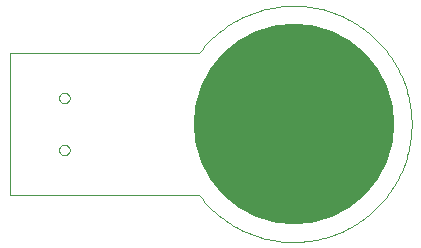
<source format=gbp>
G75*
%MOIN*%
%OFA0B0*%
%FSLAX25Y25*%
%IPPOS*%
%LPD*%
%AMOC8*
5,1,8,0,0,1.08239X$1,22.5*
%
%ADD10C,0.00000*%
%ADD11C,0.66929*%
D10*
X0006518Y0016998D02*
X0006518Y0064242D01*
X0069510Y0064242D01*
X0070098Y0065006D01*
X0070704Y0065756D01*
X0071329Y0066490D01*
X0071971Y0067209D01*
X0072631Y0067912D01*
X0073308Y0068599D01*
X0074002Y0069269D01*
X0074711Y0069922D01*
X0075437Y0070557D01*
X0076177Y0071174D01*
X0076933Y0071773D01*
X0077703Y0072353D01*
X0078487Y0072914D01*
X0079285Y0073456D01*
X0080096Y0073978D01*
X0080919Y0074480D01*
X0081754Y0074962D01*
X0082601Y0075423D01*
X0083458Y0075863D01*
X0084327Y0076282D01*
X0085205Y0076680D01*
X0086093Y0077056D01*
X0086990Y0077410D01*
X0087895Y0077743D01*
X0088808Y0078053D01*
X0089728Y0078340D01*
X0090655Y0078605D01*
X0091589Y0078847D01*
X0092528Y0079066D01*
X0093472Y0079262D01*
X0094420Y0079435D01*
X0095373Y0079585D01*
X0096329Y0079711D01*
X0097287Y0079814D01*
X0098248Y0079893D01*
X0099211Y0079949D01*
X0100174Y0079981D01*
X0101139Y0079990D01*
X0102103Y0079975D01*
X0103066Y0079936D01*
X0104028Y0079874D01*
X0104989Y0079788D01*
X0105947Y0079679D01*
X0106902Y0079546D01*
X0107853Y0079390D01*
X0108800Y0079211D01*
X0109743Y0079008D01*
X0110681Y0078783D01*
X0111612Y0078534D01*
X0112538Y0078263D01*
X0113456Y0077970D01*
X0114367Y0077654D01*
X0115270Y0077315D01*
X0116164Y0076955D01*
X0117049Y0076573D01*
X0117925Y0076169D01*
X0118790Y0075744D01*
X0119645Y0075298D01*
X0120489Y0074831D01*
X0121321Y0074344D01*
X0122141Y0073836D01*
X0122948Y0073309D01*
X0123742Y0072762D01*
X0124522Y0072195D01*
X0125288Y0071610D01*
X0126040Y0071006D01*
X0126776Y0070384D01*
X0127497Y0069744D01*
X0128203Y0069086D01*
X0128892Y0068412D01*
X0129564Y0067721D01*
X0130219Y0067013D01*
X0130857Y0066290D01*
X0131476Y0065551D01*
X0132078Y0064798D01*
X0132660Y0064029D01*
X0133224Y0063247D01*
X0133769Y0062451D01*
X0134293Y0061643D01*
X0134798Y0060821D01*
X0135283Y0059988D01*
X0135747Y0059142D01*
X0136190Y0058286D01*
X0136612Y0057419D01*
X0137013Y0056542D01*
X0137392Y0055656D01*
X0137749Y0054760D01*
X0138084Y0053856D01*
X0138397Y0052944D01*
X0138688Y0052025D01*
X0138956Y0051099D01*
X0139201Y0050166D01*
X0139423Y0049228D01*
X0139623Y0048284D01*
X0139799Y0047336D01*
X0139952Y0046384D01*
X0140081Y0045429D01*
X0140187Y0044471D01*
X0140270Y0043510D01*
X0140329Y0042548D01*
X0140364Y0041584D01*
X0140376Y0040620D01*
X0140364Y0039656D01*
X0140329Y0038692D01*
X0140270Y0037730D01*
X0140187Y0036769D01*
X0140081Y0035811D01*
X0139952Y0034856D01*
X0139799Y0033904D01*
X0139623Y0032956D01*
X0139423Y0032012D01*
X0139201Y0031074D01*
X0138956Y0030141D01*
X0138688Y0029215D01*
X0138397Y0028296D01*
X0138084Y0027384D01*
X0137749Y0026480D01*
X0137392Y0025584D01*
X0137013Y0024698D01*
X0136612Y0023821D01*
X0136190Y0022954D01*
X0135747Y0022098D01*
X0135283Y0021252D01*
X0134798Y0020419D01*
X0134293Y0019597D01*
X0133769Y0018789D01*
X0133224Y0017993D01*
X0132660Y0017211D01*
X0132078Y0016442D01*
X0131476Y0015689D01*
X0130857Y0014950D01*
X0130219Y0014227D01*
X0129564Y0013519D01*
X0128892Y0012828D01*
X0128203Y0012154D01*
X0127497Y0011496D01*
X0126776Y0010856D01*
X0126040Y0010234D01*
X0125288Y0009630D01*
X0124522Y0009045D01*
X0123742Y0008478D01*
X0122948Y0007931D01*
X0122141Y0007404D01*
X0121321Y0006896D01*
X0120489Y0006409D01*
X0119645Y0005942D01*
X0118790Y0005496D01*
X0117925Y0005071D01*
X0117049Y0004667D01*
X0116164Y0004285D01*
X0115270Y0003925D01*
X0114367Y0003586D01*
X0113456Y0003270D01*
X0112538Y0002977D01*
X0111612Y0002706D01*
X0110681Y0002457D01*
X0109743Y0002232D01*
X0108800Y0002029D01*
X0107853Y0001850D01*
X0106902Y0001694D01*
X0105947Y0001561D01*
X0104989Y0001452D01*
X0104028Y0001366D01*
X0103066Y0001304D01*
X0102103Y0001265D01*
X0101139Y0001250D01*
X0100174Y0001259D01*
X0099211Y0001291D01*
X0098248Y0001347D01*
X0097287Y0001426D01*
X0096329Y0001529D01*
X0095373Y0001655D01*
X0094420Y0001805D01*
X0093472Y0001978D01*
X0092528Y0002174D01*
X0091589Y0002393D01*
X0090655Y0002635D01*
X0089728Y0002900D01*
X0088808Y0003187D01*
X0087895Y0003497D01*
X0086990Y0003830D01*
X0086093Y0004184D01*
X0085205Y0004560D01*
X0084327Y0004958D01*
X0083458Y0005377D01*
X0082601Y0005817D01*
X0081754Y0006278D01*
X0080919Y0006760D01*
X0080096Y0007262D01*
X0079285Y0007784D01*
X0078487Y0008326D01*
X0077703Y0008887D01*
X0076933Y0009467D01*
X0076177Y0010066D01*
X0075437Y0010683D01*
X0074711Y0011318D01*
X0074002Y0011971D01*
X0073308Y0012641D01*
X0072631Y0013328D01*
X0071971Y0014031D01*
X0071329Y0014750D01*
X0070704Y0015484D01*
X0070098Y0016234D01*
X0069510Y0016998D01*
X0006518Y0016998D01*
X0022856Y0031959D02*
X0022858Y0032043D01*
X0022864Y0032126D01*
X0022874Y0032209D01*
X0022888Y0032292D01*
X0022905Y0032374D01*
X0022927Y0032455D01*
X0022952Y0032534D01*
X0022981Y0032613D01*
X0023014Y0032690D01*
X0023050Y0032765D01*
X0023090Y0032839D01*
X0023133Y0032911D01*
X0023180Y0032980D01*
X0023230Y0033047D01*
X0023283Y0033112D01*
X0023339Y0033174D01*
X0023397Y0033234D01*
X0023459Y0033291D01*
X0023523Y0033344D01*
X0023590Y0033395D01*
X0023659Y0033442D01*
X0023730Y0033487D01*
X0023803Y0033527D01*
X0023878Y0033564D01*
X0023955Y0033598D01*
X0024033Y0033628D01*
X0024112Y0033654D01*
X0024193Y0033677D01*
X0024275Y0033695D01*
X0024357Y0033710D01*
X0024440Y0033721D01*
X0024523Y0033728D01*
X0024607Y0033731D01*
X0024691Y0033730D01*
X0024774Y0033725D01*
X0024858Y0033716D01*
X0024940Y0033703D01*
X0025022Y0033687D01*
X0025103Y0033666D01*
X0025184Y0033642D01*
X0025262Y0033614D01*
X0025340Y0033582D01*
X0025416Y0033546D01*
X0025490Y0033507D01*
X0025562Y0033465D01*
X0025632Y0033419D01*
X0025700Y0033370D01*
X0025765Y0033318D01*
X0025828Y0033263D01*
X0025888Y0033205D01*
X0025946Y0033144D01*
X0026000Y0033080D01*
X0026052Y0033014D01*
X0026100Y0032946D01*
X0026145Y0032875D01*
X0026186Y0032802D01*
X0026225Y0032728D01*
X0026259Y0032652D01*
X0026290Y0032574D01*
X0026317Y0032495D01*
X0026341Y0032414D01*
X0026360Y0032333D01*
X0026376Y0032251D01*
X0026388Y0032168D01*
X0026396Y0032084D01*
X0026400Y0032001D01*
X0026400Y0031917D01*
X0026396Y0031834D01*
X0026388Y0031750D01*
X0026376Y0031667D01*
X0026360Y0031585D01*
X0026341Y0031504D01*
X0026317Y0031423D01*
X0026290Y0031344D01*
X0026259Y0031266D01*
X0026225Y0031190D01*
X0026186Y0031116D01*
X0026145Y0031043D01*
X0026100Y0030972D01*
X0026052Y0030904D01*
X0026000Y0030838D01*
X0025946Y0030774D01*
X0025888Y0030713D01*
X0025828Y0030655D01*
X0025765Y0030600D01*
X0025700Y0030548D01*
X0025632Y0030499D01*
X0025562Y0030453D01*
X0025490Y0030411D01*
X0025416Y0030372D01*
X0025340Y0030336D01*
X0025262Y0030304D01*
X0025184Y0030276D01*
X0025103Y0030252D01*
X0025022Y0030231D01*
X0024940Y0030215D01*
X0024858Y0030202D01*
X0024774Y0030193D01*
X0024691Y0030188D01*
X0024607Y0030187D01*
X0024523Y0030190D01*
X0024440Y0030197D01*
X0024357Y0030208D01*
X0024275Y0030223D01*
X0024193Y0030241D01*
X0024112Y0030264D01*
X0024033Y0030290D01*
X0023955Y0030320D01*
X0023878Y0030354D01*
X0023803Y0030391D01*
X0023730Y0030431D01*
X0023659Y0030476D01*
X0023590Y0030523D01*
X0023523Y0030574D01*
X0023459Y0030627D01*
X0023397Y0030684D01*
X0023339Y0030744D01*
X0023283Y0030806D01*
X0023230Y0030871D01*
X0023180Y0030938D01*
X0023133Y0031007D01*
X0023090Y0031079D01*
X0023050Y0031153D01*
X0023014Y0031228D01*
X0022981Y0031305D01*
X0022952Y0031384D01*
X0022927Y0031463D01*
X0022905Y0031544D01*
X0022888Y0031626D01*
X0022874Y0031709D01*
X0022864Y0031792D01*
X0022858Y0031875D01*
X0022856Y0031959D01*
X0022856Y0049281D02*
X0022858Y0049365D01*
X0022864Y0049448D01*
X0022874Y0049531D01*
X0022888Y0049614D01*
X0022905Y0049696D01*
X0022927Y0049777D01*
X0022952Y0049856D01*
X0022981Y0049935D01*
X0023014Y0050012D01*
X0023050Y0050087D01*
X0023090Y0050161D01*
X0023133Y0050233D01*
X0023180Y0050302D01*
X0023230Y0050369D01*
X0023283Y0050434D01*
X0023339Y0050496D01*
X0023397Y0050556D01*
X0023459Y0050613D01*
X0023523Y0050666D01*
X0023590Y0050717D01*
X0023659Y0050764D01*
X0023730Y0050809D01*
X0023803Y0050849D01*
X0023878Y0050886D01*
X0023955Y0050920D01*
X0024033Y0050950D01*
X0024112Y0050976D01*
X0024193Y0050999D01*
X0024275Y0051017D01*
X0024357Y0051032D01*
X0024440Y0051043D01*
X0024523Y0051050D01*
X0024607Y0051053D01*
X0024691Y0051052D01*
X0024774Y0051047D01*
X0024858Y0051038D01*
X0024940Y0051025D01*
X0025022Y0051009D01*
X0025103Y0050988D01*
X0025184Y0050964D01*
X0025262Y0050936D01*
X0025340Y0050904D01*
X0025416Y0050868D01*
X0025490Y0050829D01*
X0025562Y0050787D01*
X0025632Y0050741D01*
X0025700Y0050692D01*
X0025765Y0050640D01*
X0025828Y0050585D01*
X0025888Y0050527D01*
X0025946Y0050466D01*
X0026000Y0050402D01*
X0026052Y0050336D01*
X0026100Y0050268D01*
X0026145Y0050197D01*
X0026186Y0050124D01*
X0026225Y0050050D01*
X0026259Y0049974D01*
X0026290Y0049896D01*
X0026317Y0049817D01*
X0026341Y0049736D01*
X0026360Y0049655D01*
X0026376Y0049573D01*
X0026388Y0049490D01*
X0026396Y0049406D01*
X0026400Y0049323D01*
X0026400Y0049239D01*
X0026396Y0049156D01*
X0026388Y0049072D01*
X0026376Y0048989D01*
X0026360Y0048907D01*
X0026341Y0048826D01*
X0026317Y0048745D01*
X0026290Y0048666D01*
X0026259Y0048588D01*
X0026225Y0048512D01*
X0026186Y0048438D01*
X0026145Y0048365D01*
X0026100Y0048294D01*
X0026052Y0048226D01*
X0026000Y0048160D01*
X0025946Y0048096D01*
X0025888Y0048035D01*
X0025828Y0047977D01*
X0025765Y0047922D01*
X0025700Y0047870D01*
X0025632Y0047821D01*
X0025562Y0047775D01*
X0025490Y0047733D01*
X0025416Y0047694D01*
X0025340Y0047658D01*
X0025262Y0047626D01*
X0025184Y0047598D01*
X0025103Y0047574D01*
X0025022Y0047553D01*
X0024940Y0047537D01*
X0024858Y0047524D01*
X0024774Y0047515D01*
X0024691Y0047510D01*
X0024607Y0047509D01*
X0024523Y0047512D01*
X0024440Y0047519D01*
X0024357Y0047530D01*
X0024275Y0047545D01*
X0024193Y0047563D01*
X0024112Y0047586D01*
X0024033Y0047612D01*
X0023955Y0047642D01*
X0023878Y0047676D01*
X0023803Y0047713D01*
X0023730Y0047753D01*
X0023659Y0047798D01*
X0023590Y0047845D01*
X0023523Y0047896D01*
X0023459Y0047949D01*
X0023397Y0048006D01*
X0023339Y0048066D01*
X0023283Y0048128D01*
X0023230Y0048193D01*
X0023180Y0048260D01*
X0023133Y0048329D01*
X0023090Y0048401D01*
X0023050Y0048475D01*
X0023014Y0048550D01*
X0022981Y0048627D01*
X0022952Y0048706D01*
X0022927Y0048785D01*
X0022905Y0048866D01*
X0022888Y0048948D01*
X0022874Y0049031D01*
X0022864Y0049114D01*
X0022858Y0049197D01*
X0022856Y0049281D01*
D11*
X0101006Y0040620D03*
M02*

</source>
